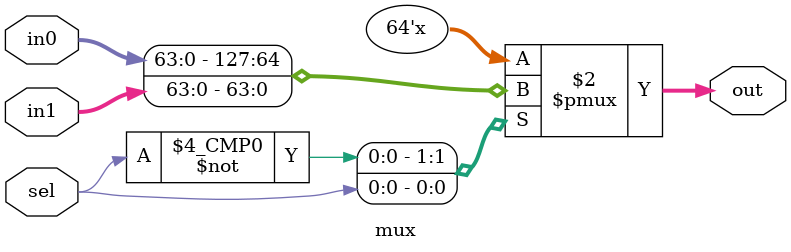
<source format=v>
`timescale 1ns / 1ps

module mux(input sel,
input [63:0]in0,in1,
output reg[63:0] out);

always@(sel,in0,in1)
begin
case(sel)
1'b0:
     begin
          out=in0;
     end
     
1'b1:
     begin
          out=in1;
     end
endcase
end

endmodule

</source>
